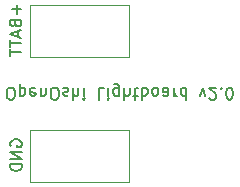
<source format=gbr>
%TF.GenerationSoftware,KiCad,Pcbnew,9.0.3*%
%TF.CreationDate,2025-07-22T22:17:19-05:00*%
%TF.ProjectId,openoshi-lightboard,6f70656e-6f73-4686-992d-6c6967687462,rev?*%
%TF.SameCoordinates,Original*%
%TF.FileFunction,Legend,Bot*%
%TF.FilePolarity,Positive*%
%FSLAX46Y46*%
G04 Gerber Fmt 4.6, Leading zero omitted, Abs format (unit mm)*
G04 Created by KiCad (PCBNEW 9.0.3) date 2025-07-22 22:17:19*
%MOMM*%
%LPD*%
G01*
G04 APERTURE LIST*
%ADD10C,0.200000*%
%ADD11C,0.150000*%
%ADD12C,0.120000*%
G04 APERTURE END LIST*
D10*
X140710149Y-100532780D02*
X140900625Y-100532780D01*
X140900625Y-100532780D02*
X140995863Y-100485161D01*
X140995863Y-100485161D02*
X141091101Y-100389923D01*
X141091101Y-100389923D02*
X141138720Y-100199447D01*
X141138720Y-100199447D02*
X141138720Y-99866114D01*
X141138720Y-99866114D02*
X141091101Y-99675638D01*
X141091101Y-99675638D02*
X140995863Y-99580400D01*
X140995863Y-99580400D02*
X140900625Y-99532780D01*
X140900625Y-99532780D02*
X140710149Y-99532780D01*
X140710149Y-99532780D02*
X140614911Y-99580400D01*
X140614911Y-99580400D02*
X140519673Y-99675638D01*
X140519673Y-99675638D02*
X140472054Y-99866114D01*
X140472054Y-99866114D02*
X140472054Y-100199447D01*
X140472054Y-100199447D02*
X140519673Y-100389923D01*
X140519673Y-100389923D02*
X140614911Y-100485161D01*
X140614911Y-100485161D02*
X140710149Y-100532780D01*
X141567292Y-100199447D02*
X141567292Y-99199447D01*
X141567292Y-100151828D02*
X141662530Y-100199447D01*
X141662530Y-100199447D02*
X141853006Y-100199447D01*
X141853006Y-100199447D02*
X141948244Y-100151828D01*
X141948244Y-100151828D02*
X141995863Y-100104209D01*
X141995863Y-100104209D02*
X142043482Y-100008971D01*
X142043482Y-100008971D02*
X142043482Y-99723257D01*
X142043482Y-99723257D02*
X141995863Y-99628019D01*
X141995863Y-99628019D02*
X141948244Y-99580400D01*
X141948244Y-99580400D02*
X141853006Y-99532780D01*
X141853006Y-99532780D02*
X141662530Y-99532780D01*
X141662530Y-99532780D02*
X141567292Y-99580400D01*
X142853006Y-99580400D02*
X142757768Y-99532780D01*
X142757768Y-99532780D02*
X142567292Y-99532780D01*
X142567292Y-99532780D02*
X142472054Y-99580400D01*
X142472054Y-99580400D02*
X142424435Y-99675638D01*
X142424435Y-99675638D02*
X142424435Y-100056590D01*
X142424435Y-100056590D02*
X142472054Y-100151828D01*
X142472054Y-100151828D02*
X142567292Y-100199447D01*
X142567292Y-100199447D02*
X142757768Y-100199447D01*
X142757768Y-100199447D02*
X142853006Y-100151828D01*
X142853006Y-100151828D02*
X142900625Y-100056590D01*
X142900625Y-100056590D02*
X142900625Y-99961352D01*
X142900625Y-99961352D02*
X142424435Y-99866114D01*
X143329197Y-100199447D02*
X143329197Y-99532780D01*
X143329197Y-100104209D02*
X143376816Y-100151828D01*
X143376816Y-100151828D02*
X143472054Y-100199447D01*
X143472054Y-100199447D02*
X143614911Y-100199447D01*
X143614911Y-100199447D02*
X143710149Y-100151828D01*
X143710149Y-100151828D02*
X143757768Y-100056590D01*
X143757768Y-100056590D02*
X143757768Y-99532780D01*
X144424435Y-100532780D02*
X144614911Y-100532780D01*
X144614911Y-100532780D02*
X144710149Y-100485161D01*
X144710149Y-100485161D02*
X144805387Y-100389923D01*
X144805387Y-100389923D02*
X144853006Y-100199447D01*
X144853006Y-100199447D02*
X144853006Y-99866114D01*
X144853006Y-99866114D02*
X144805387Y-99675638D01*
X144805387Y-99675638D02*
X144710149Y-99580400D01*
X144710149Y-99580400D02*
X144614911Y-99532780D01*
X144614911Y-99532780D02*
X144424435Y-99532780D01*
X144424435Y-99532780D02*
X144329197Y-99580400D01*
X144329197Y-99580400D02*
X144233959Y-99675638D01*
X144233959Y-99675638D02*
X144186340Y-99866114D01*
X144186340Y-99866114D02*
X144186340Y-100199447D01*
X144186340Y-100199447D02*
X144233959Y-100389923D01*
X144233959Y-100389923D02*
X144329197Y-100485161D01*
X144329197Y-100485161D02*
X144424435Y-100532780D01*
X145233959Y-99580400D02*
X145329197Y-99532780D01*
X145329197Y-99532780D02*
X145519673Y-99532780D01*
X145519673Y-99532780D02*
X145614911Y-99580400D01*
X145614911Y-99580400D02*
X145662530Y-99675638D01*
X145662530Y-99675638D02*
X145662530Y-99723257D01*
X145662530Y-99723257D02*
X145614911Y-99818495D01*
X145614911Y-99818495D02*
X145519673Y-99866114D01*
X145519673Y-99866114D02*
X145376816Y-99866114D01*
X145376816Y-99866114D02*
X145281578Y-99913733D01*
X145281578Y-99913733D02*
X145233959Y-100008971D01*
X145233959Y-100008971D02*
X145233959Y-100056590D01*
X145233959Y-100056590D02*
X145281578Y-100151828D01*
X145281578Y-100151828D02*
X145376816Y-100199447D01*
X145376816Y-100199447D02*
X145519673Y-100199447D01*
X145519673Y-100199447D02*
X145614911Y-100151828D01*
X146091102Y-99532780D02*
X146091102Y-100532780D01*
X146519673Y-99532780D02*
X146519673Y-100056590D01*
X146519673Y-100056590D02*
X146472054Y-100151828D01*
X146472054Y-100151828D02*
X146376816Y-100199447D01*
X146376816Y-100199447D02*
X146233959Y-100199447D01*
X146233959Y-100199447D02*
X146138721Y-100151828D01*
X146138721Y-100151828D02*
X146091102Y-100104209D01*
X146995864Y-99532780D02*
X146995864Y-100199447D01*
X146995864Y-100532780D02*
X146948245Y-100485161D01*
X146948245Y-100485161D02*
X146995864Y-100437542D01*
X146995864Y-100437542D02*
X147043483Y-100485161D01*
X147043483Y-100485161D02*
X146995864Y-100532780D01*
X146995864Y-100532780D02*
X146995864Y-100437542D01*
X148710149Y-99532780D02*
X148233959Y-99532780D01*
X148233959Y-99532780D02*
X148233959Y-100532780D01*
X149043483Y-99532780D02*
X149043483Y-100199447D01*
X149043483Y-100532780D02*
X148995864Y-100485161D01*
X148995864Y-100485161D02*
X149043483Y-100437542D01*
X149043483Y-100437542D02*
X149091102Y-100485161D01*
X149091102Y-100485161D02*
X149043483Y-100532780D01*
X149043483Y-100532780D02*
X149043483Y-100437542D01*
X149948244Y-100199447D02*
X149948244Y-99389923D01*
X149948244Y-99389923D02*
X149900625Y-99294685D01*
X149900625Y-99294685D02*
X149853006Y-99247066D01*
X149853006Y-99247066D02*
X149757768Y-99199447D01*
X149757768Y-99199447D02*
X149614911Y-99199447D01*
X149614911Y-99199447D02*
X149519673Y-99247066D01*
X149948244Y-99580400D02*
X149853006Y-99532780D01*
X149853006Y-99532780D02*
X149662530Y-99532780D01*
X149662530Y-99532780D02*
X149567292Y-99580400D01*
X149567292Y-99580400D02*
X149519673Y-99628019D01*
X149519673Y-99628019D02*
X149472054Y-99723257D01*
X149472054Y-99723257D02*
X149472054Y-100008971D01*
X149472054Y-100008971D02*
X149519673Y-100104209D01*
X149519673Y-100104209D02*
X149567292Y-100151828D01*
X149567292Y-100151828D02*
X149662530Y-100199447D01*
X149662530Y-100199447D02*
X149853006Y-100199447D01*
X149853006Y-100199447D02*
X149948244Y-100151828D01*
X150424435Y-99532780D02*
X150424435Y-100532780D01*
X150853006Y-99532780D02*
X150853006Y-100056590D01*
X150853006Y-100056590D02*
X150805387Y-100151828D01*
X150805387Y-100151828D02*
X150710149Y-100199447D01*
X150710149Y-100199447D02*
X150567292Y-100199447D01*
X150567292Y-100199447D02*
X150472054Y-100151828D01*
X150472054Y-100151828D02*
X150424435Y-100104209D01*
X151186340Y-100199447D02*
X151567292Y-100199447D01*
X151329197Y-100532780D02*
X151329197Y-99675638D01*
X151329197Y-99675638D02*
X151376816Y-99580400D01*
X151376816Y-99580400D02*
X151472054Y-99532780D01*
X151472054Y-99532780D02*
X151567292Y-99532780D01*
X151900626Y-99532780D02*
X151900626Y-100532780D01*
X151900626Y-100151828D02*
X151995864Y-100199447D01*
X151995864Y-100199447D02*
X152186340Y-100199447D01*
X152186340Y-100199447D02*
X152281578Y-100151828D01*
X152281578Y-100151828D02*
X152329197Y-100104209D01*
X152329197Y-100104209D02*
X152376816Y-100008971D01*
X152376816Y-100008971D02*
X152376816Y-99723257D01*
X152376816Y-99723257D02*
X152329197Y-99628019D01*
X152329197Y-99628019D02*
X152281578Y-99580400D01*
X152281578Y-99580400D02*
X152186340Y-99532780D01*
X152186340Y-99532780D02*
X151995864Y-99532780D01*
X151995864Y-99532780D02*
X151900626Y-99580400D01*
X152948245Y-99532780D02*
X152853007Y-99580400D01*
X152853007Y-99580400D02*
X152805388Y-99628019D01*
X152805388Y-99628019D02*
X152757769Y-99723257D01*
X152757769Y-99723257D02*
X152757769Y-100008971D01*
X152757769Y-100008971D02*
X152805388Y-100104209D01*
X152805388Y-100104209D02*
X152853007Y-100151828D01*
X152853007Y-100151828D02*
X152948245Y-100199447D01*
X152948245Y-100199447D02*
X153091102Y-100199447D01*
X153091102Y-100199447D02*
X153186340Y-100151828D01*
X153186340Y-100151828D02*
X153233959Y-100104209D01*
X153233959Y-100104209D02*
X153281578Y-100008971D01*
X153281578Y-100008971D02*
X153281578Y-99723257D01*
X153281578Y-99723257D02*
X153233959Y-99628019D01*
X153233959Y-99628019D02*
X153186340Y-99580400D01*
X153186340Y-99580400D02*
X153091102Y-99532780D01*
X153091102Y-99532780D02*
X152948245Y-99532780D01*
X154138721Y-99532780D02*
X154138721Y-100056590D01*
X154138721Y-100056590D02*
X154091102Y-100151828D01*
X154091102Y-100151828D02*
X153995864Y-100199447D01*
X153995864Y-100199447D02*
X153805388Y-100199447D01*
X153805388Y-100199447D02*
X153710150Y-100151828D01*
X154138721Y-99580400D02*
X154043483Y-99532780D01*
X154043483Y-99532780D02*
X153805388Y-99532780D01*
X153805388Y-99532780D02*
X153710150Y-99580400D01*
X153710150Y-99580400D02*
X153662531Y-99675638D01*
X153662531Y-99675638D02*
X153662531Y-99770876D01*
X153662531Y-99770876D02*
X153710150Y-99866114D01*
X153710150Y-99866114D02*
X153805388Y-99913733D01*
X153805388Y-99913733D02*
X154043483Y-99913733D01*
X154043483Y-99913733D02*
X154138721Y-99961352D01*
X154614912Y-99532780D02*
X154614912Y-100199447D01*
X154614912Y-100008971D02*
X154662531Y-100104209D01*
X154662531Y-100104209D02*
X154710150Y-100151828D01*
X154710150Y-100151828D02*
X154805388Y-100199447D01*
X154805388Y-100199447D02*
X154900626Y-100199447D01*
X155662531Y-99532780D02*
X155662531Y-100532780D01*
X155662531Y-99580400D02*
X155567293Y-99532780D01*
X155567293Y-99532780D02*
X155376817Y-99532780D01*
X155376817Y-99532780D02*
X155281579Y-99580400D01*
X155281579Y-99580400D02*
X155233960Y-99628019D01*
X155233960Y-99628019D02*
X155186341Y-99723257D01*
X155186341Y-99723257D02*
X155186341Y-100008971D01*
X155186341Y-100008971D02*
X155233960Y-100104209D01*
X155233960Y-100104209D02*
X155281579Y-100151828D01*
X155281579Y-100151828D02*
X155376817Y-100199447D01*
X155376817Y-100199447D02*
X155567293Y-100199447D01*
X155567293Y-100199447D02*
X155662531Y-100151828D01*
X156805389Y-100199447D02*
X157043484Y-99532780D01*
X157043484Y-99532780D02*
X157281579Y-100199447D01*
X157614913Y-100437542D02*
X157662532Y-100485161D01*
X157662532Y-100485161D02*
X157757770Y-100532780D01*
X157757770Y-100532780D02*
X157995865Y-100532780D01*
X157995865Y-100532780D02*
X158091103Y-100485161D01*
X158091103Y-100485161D02*
X158138722Y-100437542D01*
X158138722Y-100437542D02*
X158186341Y-100342304D01*
X158186341Y-100342304D02*
X158186341Y-100247066D01*
X158186341Y-100247066D02*
X158138722Y-100104209D01*
X158138722Y-100104209D02*
X157567294Y-99532780D01*
X157567294Y-99532780D02*
X158186341Y-99532780D01*
X158614913Y-99628019D02*
X158662532Y-99580400D01*
X158662532Y-99580400D02*
X158614913Y-99532780D01*
X158614913Y-99532780D02*
X158567294Y-99580400D01*
X158567294Y-99580400D02*
X158614913Y-99628019D01*
X158614913Y-99628019D02*
X158614913Y-99532780D01*
X159281579Y-100532780D02*
X159376817Y-100532780D01*
X159376817Y-100532780D02*
X159472055Y-100485161D01*
X159472055Y-100485161D02*
X159519674Y-100437542D01*
X159519674Y-100437542D02*
X159567293Y-100342304D01*
X159567293Y-100342304D02*
X159614912Y-100151828D01*
X159614912Y-100151828D02*
X159614912Y-99913733D01*
X159614912Y-99913733D02*
X159567293Y-99723257D01*
X159567293Y-99723257D02*
X159519674Y-99628019D01*
X159519674Y-99628019D02*
X159472055Y-99580400D01*
X159472055Y-99580400D02*
X159376817Y-99532780D01*
X159376817Y-99532780D02*
X159281579Y-99532780D01*
X159281579Y-99532780D02*
X159186341Y-99580400D01*
X159186341Y-99580400D02*
X159138722Y-99628019D01*
X159138722Y-99628019D02*
X159091103Y-99723257D01*
X159091103Y-99723257D02*
X159043484Y-99913733D01*
X159043484Y-99913733D02*
X159043484Y-100151828D01*
X159043484Y-100151828D02*
X159091103Y-100342304D01*
X159091103Y-100342304D02*
X159138722Y-100437542D01*
X159138722Y-100437542D02*
X159186341Y-100485161D01*
X159186341Y-100485161D02*
X159281579Y-100532780D01*
D11*
X140802438Y-104488095D02*
X140754819Y-104392857D01*
X140754819Y-104392857D02*
X140754819Y-104250000D01*
X140754819Y-104250000D02*
X140802438Y-104107143D01*
X140802438Y-104107143D02*
X140897676Y-104011905D01*
X140897676Y-104011905D02*
X140992914Y-103964286D01*
X140992914Y-103964286D02*
X141183390Y-103916667D01*
X141183390Y-103916667D02*
X141326247Y-103916667D01*
X141326247Y-103916667D02*
X141516723Y-103964286D01*
X141516723Y-103964286D02*
X141611961Y-104011905D01*
X141611961Y-104011905D02*
X141707200Y-104107143D01*
X141707200Y-104107143D02*
X141754819Y-104250000D01*
X141754819Y-104250000D02*
X141754819Y-104345238D01*
X141754819Y-104345238D02*
X141707200Y-104488095D01*
X141707200Y-104488095D02*
X141659580Y-104535714D01*
X141659580Y-104535714D02*
X141326247Y-104535714D01*
X141326247Y-104535714D02*
X141326247Y-104345238D01*
X141754819Y-104964286D02*
X140754819Y-104964286D01*
X140754819Y-104964286D02*
X141754819Y-105535714D01*
X141754819Y-105535714D02*
X140754819Y-105535714D01*
X141754819Y-106011905D02*
X140754819Y-106011905D01*
X140754819Y-106011905D02*
X140754819Y-106250000D01*
X140754819Y-106250000D02*
X140802438Y-106392857D01*
X140802438Y-106392857D02*
X140897676Y-106488095D01*
X140897676Y-106488095D02*
X140992914Y-106535714D01*
X140992914Y-106535714D02*
X141183390Y-106583333D01*
X141183390Y-106583333D02*
X141326247Y-106583333D01*
X141326247Y-106583333D02*
X141516723Y-106535714D01*
X141516723Y-106535714D02*
X141611961Y-106488095D01*
X141611961Y-106488095D02*
X141707200Y-106392857D01*
X141707200Y-106392857D02*
X141754819Y-106250000D01*
X141754819Y-106250000D02*
X141754819Y-106011905D01*
X141323866Y-92528571D02*
X141323866Y-93290476D01*
X141704819Y-92909523D02*
X140942914Y-92909523D01*
X141181009Y-94099999D02*
X141228628Y-94242856D01*
X141228628Y-94242856D02*
X141276247Y-94290475D01*
X141276247Y-94290475D02*
X141371485Y-94338094D01*
X141371485Y-94338094D02*
X141514342Y-94338094D01*
X141514342Y-94338094D02*
X141609580Y-94290475D01*
X141609580Y-94290475D02*
X141657200Y-94242856D01*
X141657200Y-94242856D02*
X141704819Y-94147618D01*
X141704819Y-94147618D02*
X141704819Y-93766666D01*
X141704819Y-93766666D02*
X140704819Y-93766666D01*
X140704819Y-93766666D02*
X140704819Y-94099999D01*
X140704819Y-94099999D02*
X140752438Y-94195237D01*
X140752438Y-94195237D02*
X140800057Y-94242856D01*
X140800057Y-94242856D02*
X140895295Y-94290475D01*
X140895295Y-94290475D02*
X140990533Y-94290475D01*
X140990533Y-94290475D02*
X141085771Y-94242856D01*
X141085771Y-94242856D02*
X141133390Y-94195237D01*
X141133390Y-94195237D02*
X141181009Y-94099999D01*
X141181009Y-94099999D02*
X141181009Y-93766666D01*
X141419104Y-94719047D02*
X141419104Y-95195237D01*
X141704819Y-94623809D02*
X140704819Y-94957142D01*
X140704819Y-94957142D02*
X141704819Y-95290475D01*
X140704819Y-95480952D02*
X140704819Y-96052380D01*
X141704819Y-95766666D02*
X140704819Y-95766666D01*
X140704819Y-96242857D02*
X140704819Y-96814285D01*
X141704819Y-96528571D02*
X140704819Y-96528571D01*
%TO.C,TP4*%
D12*
X150800000Y-103100000D02*
X142400000Y-103100000D01*
X142400000Y-107500000D01*
X150800000Y-107500000D01*
X150800000Y-103100000D01*
%TO.C,TP3*%
X142400000Y-96900000D02*
X150800000Y-96900000D01*
X150800000Y-92500000D01*
X142400000Y-92500000D01*
X142400000Y-96900000D01*
%TD*%
M02*

</source>
